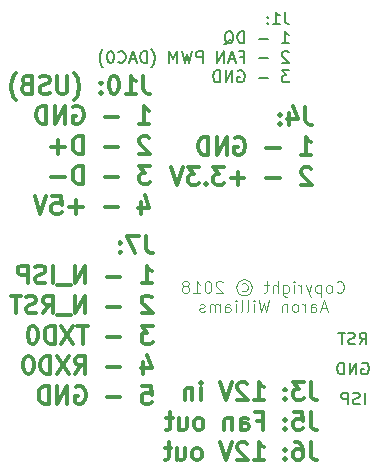
<source format=gbr>
G04 #@! TF.GenerationSoftware,KiCad,Pcbnew,5.1.0-5.1.0*
G04 #@! TF.CreationDate,2019-03-27T16:13:27-07:00*
G04 #@! TF.ProjectId,t962,74393632-2e6b-4696-9361-645f70636258,1.2.3*
G04 #@! TF.SameCoordinates,Original*
G04 #@! TF.FileFunction,Legend,Bot*
G04 #@! TF.FilePolarity,Positive*
%FSLAX46Y46*%
G04 Gerber Fmt 4.6, Leading zero omitted, Abs format (unit mm)*
G04 Created by KiCad (PCBNEW 5.1.0-5.1.0) date 2019-03-27 16:13:27*
%MOMM*%
%LPD*%
G04 APERTURE LIST*
%ADD10C,0.150000*%
%ADD11C,0.300000*%
%ADD12C,0.100000*%
G04 APERTURE END LIST*
D10*
X164044190Y-67000380D02*
X164044190Y-66000380D01*
X163615619Y-66952761D02*
X163472761Y-67000380D01*
X163234666Y-67000380D01*
X163139428Y-66952761D01*
X163091809Y-66905142D01*
X163044190Y-66809904D01*
X163044190Y-66714666D01*
X163091809Y-66619428D01*
X163139428Y-66571809D01*
X163234666Y-66524190D01*
X163425142Y-66476571D01*
X163520380Y-66428952D01*
X163568000Y-66381333D01*
X163615619Y-66286095D01*
X163615619Y-66190857D01*
X163568000Y-66095619D01*
X163520380Y-66048000D01*
X163425142Y-66000380D01*
X163187047Y-66000380D01*
X163044190Y-66048000D01*
X162615619Y-67000380D02*
X162615619Y-66000380D01*
X162234666Y-66000380D01*
X162139428Y-66048000D01*
X162091809Y-66095619D01*
X162044190Y-66190857D01*
X162044190Y-66333714D01*
X162091809Y-66428952D01*
X162139428Y-66476571D01*
X162234666Y-66524190D01*
X162615619Y-66524190D01*
X163829904Y-63508000D02*
X163925142Y-63460380D01*
X164068000Y-63460380D01*
X164210857Y-63508000D01*
X164306095Y-63603238D01*
X164353714Y-63698476D01*
X164401333Y-63888952D01*
X164401333Y-64031809D01*
X164353714Y-64222285D01*
X164306095Y-64317523D01*
X164210857Y-64412761D01*
X164068000Y-64460380D01*
X163972761Y-64460380D01*
X163829904Y-64412761D01*
X163782285Y-64365142D01*
X163782285Y-64031809D01*
X163972761Y-64031809D01*
X163353714Y-64460380D02*
X163353714Y-63460380D01*
X162782285Y-64460380D01*
X162782285Y-63460380D01*
X162306095Y-64460380D02*
X162306095Y-63460380D01*
X162068000Y-63460380D01*
X161925142Y-63508000D01*
X161829904Y-63603238D01*
X161782285Y-63698476D01*
X161734666Y-63888952D01*
X161734666Y-64031809D01*
X161782285Y-64222285D01*
X161829904Y-64317523D01*
X161925142Y-64412761D01*
X162068000Y-64460380D01*
X162306095Y-64460380D01*
X163615619Y-61920380D02*
X163948952Y-61444190D01*
X164187047Y-61920380D02*
X164187047Y-60920380D01*
X163806095Y-60920380D01*
X163710857Y-60968000D01*
X163663238Y-61015619D01*
X163615619Y-61110857D01*
X163615619Y-61253714D01*
X163663238Y-61348952D01*
X163710857Y-61396571D01*
X163806095Y-61444190D01*
X164187047Y-61444190D01*
X163234666Y-61872761D02*
X163091809Y-61920380D01*
X162853714Y-61920380D01*
X162758476Y-61872761D01*
X162710857Y-61825142D01*
X162663238Y-61729904D01*
X162663238Y-61634666D01*
X162710857Y-61539428D01*
X162758476Y-61491809D01*
X162853714Y-61444190D01*
X163044190Y-61396571D01*
X163139428Y-61348952D01*
X163187047Y-61301333D01*
X163234666Y-61206095D01*
X163234666Y-61110857D01*
X163187047Y-61015619D01*
X163139428Y-60968000D01*
X163044190Y-60920380D01*
X162806095Y-60920380D01*
X162663238Y-60968000D01*
X162377523Y-60920380D02*
X161806095Y-60920380D01*
X162091809Y-61920380D02*
X162091809Y-60920380D01*
D11*
X159019285Y-41828571D02*
X159019285Y-42900000D01*
X159090714Y-43114285D01*
X159233571Y-43257142D01*
X159447857Y-43328571D01*
X159590714Y-43328571D01*
X157662142Y-42328571D02*
X157662142Y-43328571D01*
X158019285Y-41757142D02*
X158376428Y-42828571D01*
X157447857Y-42828571D01*
X156876428Y-43185714D02*
X156805000Y-43257142D01*
X156876428Y-43328571D01*
X156947857Y-43257142D01*
X156876428Y-43185714D01*
X156876428Y-43328571D01*
X156876428Y-42400000D02*
X156805000Y-42471428D01*
X156876428Y-42542857D01*
X156947857Y-42471428D01*
X156876428Y-42400000D01*
X156876428Y-42542857D01*
X158662142Y-45878571D02*
X159519285Y-45878571D01*
X159090714Y-45878571D02*
X159090714Y-44378571D01*
X159233571Y-44592857D01*
X159376428Y-44735714D01*
X159519285Y-44807142D01*
X156876428Y-45307142D02*
X155733571Y-45307142D01*
X153090714Y-44450000D02*
X153233571Y-44378571D01*
X153447857Y-44378571D01*
X153662142Y-44450000D01*
X153805000Y-44592857D01*
X153876428Y-44735714D01*
X153947857Y-45021428D01*
X153947857Y-45235714D01*
X153876428Y-45521428D01*
X153805000Y-45664285D01*
X153662142Y-45807142D01*
X153447857Y-45878571D01*
X153305000Y-45878571D01*
X153090714Y-45807142D01*
X153019285Y-45735714D01*
X153019285Y-45235714D01*
X153305000Y-45235714D01*
X152376428Y-45878571D02*
X152376428Y-44378571D01*
X151519285Y-45878571D01*
X151519285Y-44378571D01*
X150805000Y-45878571D02*
X150805000Y-44378571D01*
X150447857Y-44378571D01*
X150233571Y-44450000D01*
X150090714Y-44592857D01*
X150019285Y-44735714D01*
X149947857Y-45021428D01*
X149947857Y-45235714D01*
X150019285Y-45521428D01*
X150090714Y-45664285D01*
X150233571Y-45807142D01*
X150447857Y-45878571D01*
X150805000Y-45878571D01*
X159519285Y-47071428D02*
X159447857Y-47000000D01*
X159305000Y-46928571D01*
X158947857Y-46928571D01*
X158805000Y-47000000D01*
X158733571Y-47071428D01*
X158662142Y-47214285D01*
X158662142Y-47357142D01*
X158733571Y-47571428D01*
X159590714Y-48428571D01*
X158662142Y-48428571D01*
X156876428Y-47857142D02*
X155733571Y-47857142D01*
X153876428Y-47857142D02*
X152733571Y-47857142D01*
X153305000Y-48428571D02*
X153305000Y-47285714D01*
X152162142Y-46928571D02*
X151233571Y-46928571D01*
X151733571Y-47500000D01*
X151519285Y-47500000D01*
X151376428Y-47571428D01*
X151305000Y-47642857D01*
X151233571Y-47785714D01*
X151233571Y-48142857D01*
X151305000Y-48285714D01*
X151376428Y-48357142D01*
X151519285Y-48428571D01*
X151947857Y-48428571D01*
X152090714Y-48357142D01*
X152162142Y-48285714D01*
X150590714Y-48285714D02*
X150519285Y-48357142D01*
X150590714Y-48428571D01*
X150662142Y-48357142D01*
X150590714Y-48285714D01*
X150590714Y-48428571D01*
X150019285Y-46928571D02*
X149090714Y-46928571D01*
X149590714Y-47500000D01*
X149376428Y-47500000D01*
X149233571Y-47571428D01*
X149162142Y-47642857D01*
X149090714Y-47785714D01*
X149090714Y-48142857D01*
X149162142Y-48285714D01*
X149233571Y-48357142D01*
X149376428Y-48428571D01*
X149805000Y-48428571D01*
X149947857Y-48357142D01*
X150019285Y-48285714D01*
X148662142Y-46928571D02*
X148162142Y-48428571D01*
X147662142Y-46928571D01*
D10*
X157278690Y-33777380D02*
X157278690Y-34491666D01*
X157326309Y-34634523D01*
X157421547Y-34729761D01*
X157564404Y-34777380D01*
X157659642Y-34777380D01*
X156278690Y-34777380D02*
X156850119Y-34777380D01*
X156564404Y-34777380D02*
X156564404Y-33777380D01*
X156659642Y-33920238D01*
X156754880Y-34015476D01*
X156850119Y-34063095D01*
X155850119Y-34682142D02*
X155802500Y-34729761D01*
X155850119Y-34777380D01*
X155897738Y-34729761D01*
X155850119Y-34682142D01*
X155850119Y-34777380D01*
X155850119Y-34158333D02*
X155802500Y-34205952D01*
X155850119Y-34253571D01*
X155897738Y-34205952D01*
X155850119Y-34158333D01*
X155850119Y-34253571D01*
X157040595Y-36427380D02*
X157612023Y-36427380D01*
X157326309Y-36427380D02*
X157326309Y-35427380D01*
X157421547Y-35570238D01*
X157516785Y-35665476D01*
X157612023Y-35713095D01*
X155850119Y-36046428D02*
X155088214Y-36046428D01*
X153850119Y-36427380D02*
X153850119Y-35427380D01*
X153612023Y-35427380D01*
X153469166Y-35475000D01*
X153373928Y-35570238D01*
X153326309Y-35665476D01*
X153278690Y-35855952D01*
X153278690Y-35998809D01*
X153326309Y-36189285D01*
X153373928Y-36284523D01*
X153469166Y-36379761D01*
X153612023Y-36427380D01*
X153850119Y-36427380D01*
X152183452Y-36522619D02*
X152278690Y-36475000D01*
X152373928Y-36379761D01*
X152516785Y-36236904D01*
X152612023Y-36189285D01*
X152707261Y-36189285D01*
X152659642Y-36427380D02*
X152754880Y-36379761D01*
X152850119Y-36284523D01*
X152897738Y-36094047D01*
X152897738Y-35760714D01*
X152850119Y-35570238D01*
X152754880Y-35475000D01*
X152659642Y-35427380D01*
X152469166Y-35427380D01*
X152373928Y-35475000D01*
X152278690Y-35570238D01*
X152231071Y-35760714D01*
X152231071Y-36094047D01*
X152278690Y-36284523D01*
X152373928Y-36379761D01*
X152469166Y-36427380D01*
X152659642Y-36427380D01*
X157612023Y-37172619D02*
X157564404Y-37125000D01*
X157469166Y-37077380D01*
X157231071Y-37077380D01*
X157135833Y-37125000D01*
X157088214Y-37172619D01*
X157040595Y-37267857D01*
X157040595Y-37363095D01*
X157088214Y-37505952D01*
X157659642Y-38077380D01*
X157040595Y-38077380D01*
X155850119Y-37696428D02*
X155088214Y-37696428D01*
X153516785Y-37553571D02*
X153850119Y-37553571D01*
X153850119Y-38077380D02*
X153850119Y-37077380D01*
X153373928Y-37077380D01*
X153040595Y-37791666D02*
X152564404Y-37791666D01*
X153135833Y-38077380D02*
X152802500Y-37077380D01*
X152469166Y-38077380D01*
X152135833Y-38077380D02*
X152135833Y-37077380D01*
X151564404Y-38077380D01*
X151564404Y-37077380D01*
X150326309Y-38077380D02*
X150326309Y-37077380D01*
X149945357Y-37077380D01*
X149850119Y-37125000D01*
X149802500Y-37172619D01*
X149754880Y-37267857D01*
X149754880Y-37410714D01*
X149802500Y-37505952D01*
X149850119Y-37553571D01*
X149945357Y-37601190D01*
X150326309Y-37601190D01*
X149421547Y-37077380D02*
X149183452Y-38077380D01*
X148992976Y-37363095D01*
X148802500Y-38077380D01*
X148564404Y-37077380D01*
X148183452Y-38077380D02*
X148183452Y-37077380D01*
X147850119Y-37791666D01*
X147516785Y-37077380D01*
X147516785Y-38077380D01*
X145992976Y-38458333D02*
X146040595Y-38410714D01*
X146135833Y-38267857D01*
X146183452Y-38172619D01*
X146231071Y-38029761D01*
X146278690Y-37791666D01*
X146278690Y-37601190D01*
X146231071Y-37363095D01*
X146183452Y-37220238D01*
X146135833Y-37125000D01*
X146040595Y-36982142D01*
X145992976Y-36934523D01*
X145612023Y-38077380D02*
X145612023Y-37077380D01*
X145373928Y-37077380D01*
X145231071Y-37125000D01*
X145135833Y-37220238D01*
X145088214Y-37315476D01*
X145040595Y-37505952D01*
X145040595Y-37648809D01*
X145088214Y-37839285D01*
X145135833Y-37934523D01*
X145231071Y-38029761D01*
X145373928Y-38077380D01*
X145612023Y-38077380D01*
X144659642Y-37791666D02*
X144183452Y-37791666D01*
X144754880Y-38077380D02*
X144421547Y-37077380D01*
X144088214Y-38077380D01*
X143183452Y-37982142D02*
X143231071Y-38029761D01*
X143373928Y-38077380D01*
X143469166Y-38077380D01*
X143612023Y-38029761D01*
X143707261Y-37934523D01*
X143754880Y-37839285D01*
X143802500Y-37648809D01*
X143802500Y-37505952D01*
X143754880Y-37315476D01*
X143707261Y-37220238D01*
X143612023Y-37125000D01*
X143469166Y-37077380D01*
X143373928Y-37077380D01*
X143231071Y-37125000D01*
X143183452Y-37172619D01*
X142564404Y-37077380D02*
X142469166Y-37077380D01*
X142373928Y-37125000D01*
X142326309Y-37172619D01*
X142278690Y-37267857D01*
X142231071Y-37458333D01*
X142231071Y-37696428D01*
X142278690Y-37886904D01*
X142326309Y-37982142D01*
X142373928Y-38029761D01*
X142469166Y-38077380D01*
X142564404Y-38077380D01*
X142659642Y-38029761D01*
X142707261Y-37982142D01*
X142754880Y-37886904D01*
X142802500Y-37696428D01*
X142802500Y-37458333D01*
X142754880Y-37267857D01*
X142707261Y-37172619D01*
X142659642Y-37125000D01*
X142564404Y-37077380D01*
X141897738Y-38458333D02*
X141850119Y-38410714D01*
X141754880Y-38267857D01*
X141707261Y-38172619D01*
X141659642Y-38029761D01*
X141612023Y-37791666D01*
X141612023Y-37601190D01*
X141659642Y-37363095D01*
X141707261Y-37220238D01*
X141754880Y-37125000D01*
X141850119Y-36982142D01*
X141897738Y-36934523D01*
X157659642Y-38727380D02*
X157040595Y-38727380D01*
X157373928Y-39108333D01*
X157231071Y-39108333D01*
X157135833Y-39155952D01*
X157088214Y-39203571D01*
X157040595Y-39298809D01*
X157040595Y-39536904D01*
X157088214Y-39632142D01*
X157135833Y-39679761D01*
X157231071Y-39727380D01*
X157516785Y-39727380D01*
X157612023Y-39679761D01*
X157659642Y-39632142D01*
X155850119Y-39346428D02*
X155088214Y-39346428D01*
X153326309Y-38775000D02*
X153421547Y-38727380D01*
X153564404Y-38727380D01*
X153707261Y-38775000D01*
X153802500Y-38870238D01*
X153850119Y-38965476D01*
X153897738Y-39155952D01*
X153897738Y-39298809D01*
X153850119Y-39489285D01*
X153802500Y-39584523D01*
X153707261Y-39679761D01*
X153564404Y-39727380D01*
X153469166Y-39727380D01*
X153326309Y-39679761D01*
X153278690Y-39632142D01*
X153278690Y-39298809D01*
X153469166Y-39298809D01*
X152850119Y-39727380D02*
X152850119Y-38727380D01*
X152278690Y-39727380D01*
X152278690Y-38727380D01*
X151802500Y-39727380D02*
X151802500Y-38727380D01*
X151564404Y-38727380D01*
X151421547Y-38775000D01*
X151326309Y-38870238D01*
X151278690Y-38965476D01*
X151231071Y-39155952D01*
X151231071Y-39298809D01*
X151278690Y-39489285D01*
X151326309Y-39584523D01*
X151421547Y-39679761D01*
X151564404Y-39727380D01*
X151802500Y-39727380D01*
D11*
X159469285Y-65103571D02*
X159469285Y-66175000D01*
X159540714Y-66389285D01*
X159683571Y-66532142D01*
X159897857Y-66603571D01*
X160040714Y-66603571D01*
X158897857Y-65103571D02*
X157969285Y-65103571D01*
X158469285Y-65675000D01*
X158255000Y-65675000D01*
X158112142Y-65746428D01*
X158040714Y-65817857D01*
X157969285Y-65960714D01*
X157969285Y-66317857D01*
X158040714Y-66460714D01*
X158112142Y-66532142D01*
X158255000Y-66603571D01*
X158683571Y-66603571D01*
X158826428Y-66532142D01*
X158897857Y-66460714D01*
X157326428Y-66460714D02*
X157255000Y-66532142D01*
X157326428Y-66603571D01*
X157397857Y-66532142D01*
X157326428Y-66460714D01*
X157326428Y-66603571D01*
X157326428Y-65675000D02*
X157255000Y-65746428D01*
X157326428Y-65817857D01*
X157397857Y-65746428D01*
X157326428Y-65675000D01*
X157326428Y-65817857D01*
X154683571Y-66603571D02*
X155540714Y-66603571D01*
X155112142Y-66603571D02*
X155112142Y-65103571D01*
X155255000Y-65317857D01*
X155397857Y-65460714D01*
X155540714Y-65532142D01*
X154112142Y-65246428D02*
X154040714Y-65175000D01*
X153897857Y-65103571D01*
X153540714Y-65103571D01*
X153397857Y-65175000D01*
X153326428Y-65246428D01*
X153255000Y-65389285D01*
X153255000Y-65532142D01*
X153326428Y-65746428D01*
X154183571Y-66603571D01*
X153255000Y-66603571D01*
X152826428Y-65103571D02*
X152326428Y-66603571D01*
X151826428Y-65103571D01*
X150183571Y-66603571D02*
X150183571Y-65603571D01*
X150183571Y-65103571D02*
X150255000Y-65175000D01*
X150183571Y-65246428D01*
X150112142Y-65175000D01*
X150183571Y-65103571D01*
X150183571Y-65246428D01*
X149469285Y-65603571D02*
X149469285Y-66603571D01*
X149469285Y-65746428D02*
X149397857Y-65675000D01*
X149255000Y-65603571D01*
X149040714Y-65603571D01*
X148897857Y-65675000D01*
X148826428Y-65817857D01*
X148826428Y-66603571D01*
X159469285Y-67653571D02*
X159469285Y-68725000D01*
X159540714Y-68939285D01*
X159683571Y-69082142D01*
X159897857Y-69153571D01*
X160040714Y-69153571D01*
X158040714Y-67653571D02*
X158755000Y-67653571D01*
X158826428Y-68367857D01*
X158755000Y-68296428D01*
X158612142Y-68225000D01*
X158255000Y-68225000D01*
X158112142Y-68296428D01*
X158040714Y-68367857D01*
X157969285Y-68510714D01*
X157969285Y-68867857D01*
X158040714Y-69010714D01*
X158112142Y-69082142D01*
X158255000Y-69153571D01*
X158612142Y-69153571D01*
X158755000Y-69082142D01*
X158826428Y-69010714D01*
X157326428Y-69010714D02*
X157255000Y-69082142D01*
X157326428Y-69153571D01*
X157397857Y-69082142D01*
X157326428Y-69010714D01*
X157326428Y-69153571D01*
X157326428Y-68225000D02*
X157255000Y-68296428D01*
X157326428Y-68367857D01*
X157397857Y-68296428D01*
X157326428Y-68225000D01*
X157326428Y-68367857D01*
X154969285Y-68367857D02*
X155469285Y-68367857D01*
X155469285Y-69153571D02*
X155469285Y-67653571D01*
X154755000Y-67653571D01*
X153540714Y-69153571D02*
X153540714Y-68367857D01*
X153612142Y-68225000D01*
X153755000Y-68153571D01*
X154040714Y-68153571D01*
X154183571Y-68225000D01*
X153540714Y-69082142D02*
X153683571Y-69153571D01*
X154040714Y-69153571D01*
X154183571Y-69082142D01*
X154255000Y-68939285D01*
X154255000Y-68796428D01*
X154183571Y-68653571D01*
X154040714Y-68582142D01*
X153683571Y-68582142D01*
X153540714Y-68510714D01*
X152826428Y-68153571D02*
X152826428Y-69153571D01*
X152826428Y-68296428D02*
X152755000Y-68225000D01*
X152612142Y-68153571D01*
X152397857Y-68153571D01*
X152255000Y-68225000D01*
X152183571Y-68367857D01*
X152183571Y-69153571D01*
X150112142Y-69153571D02*
X150255000Y-69082142D01*
X150326428Y-69010714D01*
X150397857Y-68867857D01*
X150397857Y-68439285D01*
X150326428Y-68296428D01*
X150255000Y-68225000D01*
X150112142Y-68153571D01*
X149897857Y-68153571D01*
X149755000Y-68225000D01*
X149683571Y-68296428D01*
X149612142Y-68439285D01*
X149612142Y-68867857D01*
X149683571Y-69010714D01*
X149755000Y-69082142D01*
X149897857Y-69153571D01*
X150112142Y-69153571D01*
X148326428Y-68153571D02*
X148326428Y-69153571D01*
X148969285Y-68153571D02*
X148969285Y-68939285D01*
X148897857Y-69082142D01*
X148755000Y-69153571D01*
X148540714Y-69153571D01*
X148397857Y-69082142D01*
X148326428Y-69010714D01*
X147826428Y-68153571D02*
X147255000Y-68153571D01*
X147612142Y-67653571D02*
X147612142Y-68939285D01*
X147540714Y-69082142D01*
X147397857Y-69153571D01*
X147255000Y-69153571D01*
X159469285Y-70203571D02*
X159469285Y-71275000D01*
X159540714Y-71489285D01*
X159683571Y-71632142D01*
X159897857Y-71703571D01*
X160040714Y-71703571D01*
X158112142Y-70203571D02*
X158397857Y-70203571D01*
X158540714Y-70275000D01*
X158612142Y-70346428D01*
X158755000Y-70560714D01*
X158826428Y-70846428D01*
X158826428Y-71417857D01*
X158755000Y-71560714D01*
X158683571Y-71632142D01*
X158540714Y-71703571D01*
X158255000Y-71703571D01*
X158112142Y-71632142D01*
X158040714Y-71560714D01*
X157969285Y-71417857D01*
X157969285Y-71060714D01*
X158040714Y-70917857D01*
X158112142Y-70846428D01*
X158255000Y-70775000D01*
X158540714Y-70775000D01*
X158683571Y-70846428D01*
X158755000Y-70917857D01*
X158826428Y-71060714D01*
X157326428Y-71560714D02*
X157255000Y-71632142D01*
X157326428Y-71703571D01*
X157397857Y-71632142D01*
X157326428Y-71560714D01*
X157326428Y-71703571D01*
X157326428Y-70775000D02*
X157255000Y-70846428D01*
X157326428Y-70917857D01*
X157397857Y-70846428D01*
X157326428Y-70775000D01*
X157326428Y-70917857D01*
X154683571Y-71703571D02*
X155540714Y-71703571D01*
X155112142Y-71703571D02*
X155112142Y-70203571D01*
X155255000Y-70417857D01*
X155397857Y-70560714D01*
X155540714Y-70632142D01*
X154112142Y-70346428D02*
X154040714Y-70275000D01*
X153897857Y-70203571D01*
X153540714Y-70203571D01*
X153397857Y-70275000D01*
X153326428Y-70346428D01*
X153255000Y-70489285D01*
X153255000Y-70632142D01*
X153326428Y-70846428D01*
X154183571Y-71703571D01*
X153255000Y-71703571D01*
X152826428Y-70203571D02*
X152326428Y-71703571D01*
X151826428Y-70203571D01*
X149969285Y-71703571D02*
X150112142Y-71632142D01*
X150183571Y-71560714D01*
X150255000Y-71417857D01*
X150255000Y-70989285D01*
X150183571Y-70846428D01*
X150112142Y-70775000D01*
X149969285Y-70703571D01*
X149755000Y-70703571D01*
X149612142Y-70775000D01*
X149540714Y-70846428D01*
X149469285Y-70989285D01*
X149469285Y-71417857D01*
X149540714Y-71560714D01*
X149612142Y-71632142D01*
X149755000Y-71703571D01*
X149969285Y-71703571D01*
X148183571Y-70703571D02*
X148183571Y-71703571D01*
X148826428Y-70703571D02*
X148826428Y-71489285D01*
X148755000Y-71632142D01*
X148612142Y-71703571D01*
X148397857Y-71703571D01*
X148255000Y-71632142D01*
X148183571Y-71560714D01*
X147683571Y-70703571D02*
X147112142Y-70703571D01*
X147469285Y-70203571D02*
X147469285Y-71489285D01*
X147397857Y-71632142D01*
X147255000Y-71703571D01*
X147112142Y-71703571D01*
X145319285Y-39178571D02*
X145319285Y-40250000D01*
X145390714Y-40464285D01*
X145533571Y-40607142D01*
X145747857Y-40678571D01*
X145890714Y-40678571D01*
X143819285Y-40678571D02*
X144676428Y-40678571D01*
X144247857Y-40678571D02*
X144247857Y-39178571D01*
X144390714Y-39392857D01*
X144533571Y-39535714D01*
X144676428Y-39607142D01*
X142890714Y-39178571D02*
X142747857Y-39178571D01*
X142605000Y-39250000D01*
X142533571Y-39321428D01*
X142462142Y-39464285D01*
X142390714Y-39750000D01*
X142390714Y-40107142D01*
X142462142Y-40392857D01*
X142533571Y-40535714D01*
X142605000Y-40607142D01*
X142747857Y-40678571D01*
X142890714Y-40678571D01*
X143033571Y-40607142D01*
X143105000Y-40535714D01*
X143176428Y-40392857D01*
X143247857Y-40107142D01*
X143247857Y-39750000D01*
X143176428Y-39464285D01*
X143105000Y-39321428D01*
X143033571Y-39250000D01*
X142890714Y-39178571D01*
X141747857Y-40535714D02*
X141676428Y-40607142D01*
X141747857Y-40678571D01*
X141819285Y-40607142D01*
X141747857Y-40535714D01*
X141747857Y-40678571D01*
X141747857Y-39750000D02*
X141676428Y-39821428D01*
X141747857Y-39892857D01*
X141819285Y-39821428D01*
X141747857Y-39750000D01*
X141747857Y-39892857D01*
X139462142Y-41250000D02*
X139533571Y-41178571D01*
X139676428Y-40964285D01*
X139747857Y-40821428D01*
X139819285Y-40607142D01*
X139890714Y-40250000D01*
X139890714Y-39964285D01*
X139819285Y-39607142D01*
X139747857Y-39392857D01*
X139676428Y-39250000D01*
X139533571Y-39035714D01*
X139462142Y-38964285D01*
X138890714Y-39178571D02*
X138890714Y-40392857D01*
X138819285Y-40535714D01*
X138747857Y-40607142D01*
X138605000Y-40678571D01*
X138319285Y-40678571D01*
X138176428Y-40607142D01*
X138105000Y-40535714D01*
X138033571Y-40392857D01*
X138033571Y-39178571D01*
X137390714Y-40607142D02*
X137176428Y-40678571D01*
X136819285Y-40678571D01*
X136676428Y-40607142D01*
X136605000Y-40535714D01*
X136533571Y-40392857D01*
X136533571Y-40250000D01*
X136605000Y-40107142D01*
X136676428Y-40035714D01*
X136819285Y-39964285D01*
X137105000Y-39892857D01*
X137247857Y-39821428D01*
X137319285Y-39750000D01*
X137390714Y-39607142D01*
X137390714Y-39464285D01*
X137319285Y-39321428D01*
X137247857Y-39250000D01*
X137105000Y-39178571D01*
X136747857Y-39178571D01*
X136533571Y-39250000D01*
X135390714Y-39892857D02*
X135176428Y-39964285D01*
X135105000Y-40035714D01*
X135033571Y-40178571D01*
X135033571Y-40392857D01*
X135105000Y-40535714D01*
X135176428Y-40607142D01*
X135319285Y-40678571D01*
X135890714Y-40678571D01*
X135890714Y-39178571D01*
X135390714Y-39178571D01*
X135247857Y-39250000D01*
X135176428Y-39321428D01*
X135105000Y-39464285D01*
X135105000Y-39607142D01*
X135176428Y-39750000D01*
X135247857Y-39821428D01*
X135390714Y-39892857D01*
X135890714Y-39892857D01*
X134533571Y-41250000D02*
X134462142Y-41178571D01*
X134319285Y-40964285D01*
X134247857Y-40821428D01*
X134176428Y-40607142D01*
X134105000Y-40250000D01*
X134105000Y-39964285D01*
X134176428Y-39607142D01*
X134247857Y-39392857D01*
X134319285Y-39250000D01*
X134462142Y-39035714D01*
X134533571Y-38964285D01*
X144962142Y-43228571D02*
X145819285Y-43228571D01*
X145390714Y-43228571D02*
X145390714Y-41728571D01*
X145533571Y-41942857D01*
X145676428Y-42085714D01*
X145819285Y-42157142D01*
X143176428Y-42657142D02*
X142033571Y-42657142D01*
X139390714Y-41800000D02*
X139533571Y-41728571D01*
X139747857Y-41728571D01*
X139962142Y-41800000D01*
X140105000Y-41942857D01*
X140176428Y-42085714D01*
X140247857Y-42371428D01*
X140247857Y-42585714D01*
X140176428Y-42871428D01*
X140105000Y-43014285D01*
X139962142Y-43157142D01*
X139747857Y-43228571D01*
X139605000Y-43228571D01*
X139390714Y-43157142D01*
X139319285Y-43085714D01*
X139319285Y-42585714D01*
X139605000Y-42585714D01*
X138676428Y-43228571D02*
X138676428Y-41728571D01*
X137819285Y-43228571D01*
X137819285Y-41728571D01*
X137105000Y-43228571D02*
X137105000Y-41728571D01*
X136747857Y-41728571D01*
X136533571Y-41800000D01*
X136390714Y-41942857D01*
X136319285Y-42085714D01*
X136247857Y-42371428D01*
X136247857Y-42585714D01*
X136319285Y-42871428D01*
X136390714Y-43014285D01*
X136533571Y-43157142D01*
X136747857Y-43228571D01*
X137105000Y-43228571D01*
X145819285Y-44421428D02*
X145747857Y-44350000D01*
X145605000Y-44278571D01*
X145247857Y-44278571D01*
X145105000Y-44350000D01*
X145033571Y-44421428D01*
X144962142Y-44564285D01*
X144962142Y-44707142D01*
X145033571Y-44921428D01*
X145890714Y-45778571D01*
X144962142Y-45778571D01*
X143176428Y-45207142D02*
X142033571Y-45207142D01*
X140176428Y-45778571D02*
X140176428Y-44278571D01*
X139819285Y-44278571D01*
X139605000Y-44350000D01*
X139462142Y-44492857D01*
X139390714Y-44635714D01*
X139319285Y-44921428D01*
X139319285Y-45135714D01*
X139390714Y-45421428D01*
X139462142Y-45564285D01*
X139605000Y-45707142D01*
X139819285Y-45778571D01*
X140176428Y-45778571D01*
X138676428Y-45207142D02*
X137533571Y-45207142D01*
X138105000Y-45778571D02*
X138105000Y-44635714D01*
X145890714Y-46828571D02*
X144962142Y-46828571D01*
X145462142Y-47400000D01*
X145247857Y-47400000D01*
X145105000Y-47471428D01*
X145033571Y-47542857D01*
X144962142Y-47685714D01*
X144962142Y-48042857D01*
X145033571Y-48185714D01*
X145105000Y-48257142D01*
X145247857Y-48328571D01*
X145676428Y-48328571D01*
X145819285Y-48257142D01*
X145890714Y-48185714D01*
X143176428Y-47757142D02*
X142033571Y-47757142D01*
X140176428Y-48328571D02*
X140176428Y-46828571D01*
X139819285Y-46828571D01*
X139605000Y-46900000D01*
X139462142Y-47042857D01*
X139390714Y-47185714D01*
X139319285Y-47471428D01*
X139319285Y-47685714D01*
X139390714Y-47971428D01*
X139462142Y-48114285D01*
X139605000Y-48257142D01*
X139819285Y-48328571D01*
X140176428Y-48328571D01*
X138676428Y-47757142D02*
X137533571Y-47757142D01*
X145105000Y-49878571D02*
X145105000Y-50878571D01*
X145462142Y-49307142D02*
X145819285Y-50378571D01*
X144890714Y-50378571D01*
X143176428Y-50307142D02*
X142033571Y-50307142D01*
X140176428Y-50307142D02*
X139033571Y-50307142D01*
X139605000Y-50878571D02*
X139605000Y-49735714D01*
X137605000Y-49378571D02*
X138319285Y-49378571D01*
X138390714Y-50092857D01*
X138319285Y-50021428D01*
X138176428Y-49950000D01*
X137819285Y-49950000D01*
X137676428Y-50021428D01*
X137605000Y-50092857D01*
X137533571Y-50235714D01*
X137533571Y-50592857D01*
X137605000Y-50735714D01*
X137676428Y-50807142D01*
X137819285Y-50878571D01*
X138176428Y-50878571D01*
X138319285Y-50807142D01*
X138390714Y-50735714D01*
X137105000Y-49378571D02*
X136605000Y-50878571D01*
X136105000Y-49378571D01*
X145519285Y-52703571D02*
X145519285Y-53775000D01*
X145590714Y-53989285D01*
X145733571Y-54132142D01*
X145947857Y-54203571D01*
X146090714Y-54203571D01*
X144947857Y-52703571D02*
X143947857Y-52703571D01*
X144590714Y-54203571D01*
X143376428Y-54060714D02*
X143305000Y-54132142D01*
X143376428Y-54203571D01*
X143447857Y-54132142D01*
X143376428Y-54060714D01*
X143376428Y-54203571D01*
X143376428Y-53275000D02*
X143305000Y-53346428D01*
X143376428Y-53417857D01*
X143447857Y-53346428D01*
X143376428Y-53275000D01*
X143376428Y-53417857D01*
X145162142Y-56753571D02*
X146019285Y-56753571D01*
X145590714Y-56753571D02*
X145590714Y-55253571D01*
X145733571Y-55467857D01*
X145876428Y-55610714D01*
X146019285Y-55682142D01*
X143376428Y-56182142D02*
X142233571Y-56182142D01*
X140376428Y-56753571D02*
X140376428Y-55253571D01*
X139519285Y-56753571D01*
X139519285Y-55253571D01*
X139162142Y-56896428D02*
X138019285Y-56896428D01*
X137662142Y-56753571D02*
X137662142Y-55253571D01*
X137019285Y-56682142D02*
X136805000Y-56753571D01*
X136447857Y-56753571D01*
X136305000Y-56682142D01*
X136233571Y-56610714D01*
X136162142Y-56467857D01*
X136162142Y-56325000D01*
X136233571Y-56182142D01*
X136305000Y-56110714D01*
X136447857Y-56039285D01*
X136733571Y-55967857D01*
X136876428Y-55896428D01*
X136947857Y-55825000D01*
X137019285Y-55682142D01*
X137019285Y-55539285D01*
X136947857Y-55396428D01*
X136876428Y-55325000D01*
X136733571Y-55253571D01*
X136376428Y-55253571D01*
X136162142Y-55325000D01*
X135519285Y-56753571D02*
X135519285Y-55253571D01*
X134947857Y-55253571D01*
X134805000Y-55325000D01*
X134733571Y-55396428D01*
X134662142Y-55539285D01*
X134662142Y-55753571D01*
X134733571Y-55896428D01*
X134805000Y-55967857D01*
X134947857Y-56039285D01*
X135519285Y-56039285D01*
X146019285Y-57946428D02*
X145947857Y-57875000D01*
X145805000Y-57803571D01*
X145447857Y-57803571D01*
X145305000Y-57875000D01*
X145233571Y-57946428D01*
X145162142Y-58089285D01*
X145162142Y-58232142D01*
X145233571Y-58446428D01*
X146090714Y-59303571D01*
X145162142Y-59303571D01*
X143376428Y-58732142D02*
X142233571Y-58732142D01*
X140376428Y-59303571D02*
X140376428Y-57803571D01*
X139519285Y-59303571D01*
X139519285Y-57803571D01*
X139162142Y-59446428D02*
X138019285Y-59446428D01*
X136805000Y-59303571D02*
X137305000Y-58589285D01*
X137662142Y-59303571D02*
X137662142Y-57803571D01*
X137090714Y-57803571D01*
X136947857Y-57875000D01*
X136876428Y-57946428D01*
X136805000Y-58089285D01*
X136805000Y-58303571D01*
X136876428Y-58446428D01*
X136947857Y-58517857D01*
X137090714Y-58589285D01*
X137662142Y-58589285D01*
X136233571Y-59232142D02*
X136019285Y-59303571D01*
X135662142Y-59303571D01*
X135519285Y-59232142D01*
X135447857Y-59160714D01*
X135376428Y-59017857D01*
X135376428Y-58875000D01*
X135447857Y-58732142D01*
X135519285Y-58660714D01*
X135662142Y-58589285D01*
X135947857Y-58517857D01*
X136090714Y-58446428D01*
X136162142Y-58375000D01*
X136233571Y-58232142D01*
X136233571Y-58089285D01*
X136162142Y-57946428D01*
X136090714Y-57875000D01*
X135947857Y-57803571D01*
X135590714Y-57803571D01*
X135376428Y-57875000D01*
X134947857Y-57803571D02*
X134090714Y-57803571D01*
X134519285Y-59303571D02*
X134519285Y-57803571D01*
X146090714Y-60353571D02*
X145162142Y-60353571D01*
X145662142Y-60925000D01*
X145447857Y-60925000D01*
X145305000Y-60996428D01*
X145233571Y-61067857D01*
X145162142Y-61210714D01*
X145162142Y-61567857D01*
X145233571Y-61710714D01*
X145305000Y-61782142D01*
X145447857Y-61853571D01*
X145876428Y-61853571D01*
X146019285Y-61782142D01*
X146090714Y-61710714D01*
X143376428Y-61282142D02*
X142233571Y-61282142D01*
X140590714Y-60353571D02*
X139733571Y-60353571D01*
X140162142Y-61853571D02*
X140162142Y-60353571D01*
X139376428Y-60353571D02*
X138376428Y-61853571D01*
X138376428Y-60353571D02*
X139376428Y-61853571D01*
X137805000Y-61853571D02*
X137805000Y-60353571D01*
X137447857Y-60353571D01*
X137233571Y-60425000D01*
X137090714Y-60567857D01*
X137019285Y-60710714D01*
X136947857Y-60996428D01*
X136947857Y-61210714D01*
X137019285Y-61496428D01*
X137090714Y-61639285D01*
X137233571Y-61782142D01*
X137447857Y-61853571D01*
X137805000Y-61853571D01*
X136019285Y-60353571D02*
X135876428Y-60353571D01*
X135733571Y-60425000D01*
X135662142Y-60496428D01*
X135590714Y-60639285D01*
X135519285Y-60925000D01*
X135519285Y-61282142D01*
X135590714Y-61567857D01*
X135662142Y-61710714D01*
X135733571Y-61782142D01*
X135876428Y-61853571D01*
X136019285Y-61853571D01*
X136162142Y-61782142D01*
X136233571Y-61710714D01*
X136305000Y-61567857D01*
X136376428Y-61282142D01*
X136376428Y-60925000D01*
X136305000Y-60639285D01*
X136233571Y-60496428D01*
X136162142Y-60425000D01*
X136019285Y-60353571D01*
X145305000Y-63403571D02*
X145305000Y-64403571D01*
X145662142Y-62832142D02*
X146019285Y-63903571D01*
X145090714Y-63903571D01*
X143376428Y-63832142D02*
X142233571Y-63832142D01*
X139519285Y-64403571D02*
X140019285Y-63689285D01*
X140376428Y-64403571D02*
X140376428Y-62903571D01*
X139805000Y-62903571D01*
X139662142Y-62975000D01*
X139590714Y-63046428D01*
X139519285Y-63189285D01*
X139519285Y-63403571D01*
X139590714Y-63546428D01*
X139662142Y-63617857D01*
X139805000Y-63689285D01*
X140376428Y-63689285D01*
X139019285Y-62903571D02*
X138019285Y-64403571D01*
X138019285Y-62903571D02*
X139019285Y-64403571D01*
X137447857Y-64403571D02*
X137447857Y-62903571D01*
X137090714Y-62903571D01*
X136876428Y-62975000D01*
X136733571Y-63117857D01*
X136662142Y-63260714D01*
X136590714Y-63546428D01*
X136590714Y-63760714D01*
X136662142Y-64046428D01*
X136733571Y-64189285D01*
X136876428Y-64332142D01*
X137090714Y-64403571D01*
X137447857Y-64403571D01*
X135662142Y-62903571D02*
X135519285Y-62903571D01*
X135376428Y-62975000D01*
X135305000Y-63046428D01*
X135233571Y-63189285D01*
X135162142Y-63475000D01*
X135162142Y-63832142D01*
X135233571Y-64117857D01*
X135305000Y-64260714D01*
X135376428Y-64332142D01*
X135519285Y-64403571D01*
X135662142Y-64403571D01*
X135805000Y-64332142D01*
X135876428Y-64260714D01*
X135947857Y-64117857D01*
X136019285Y-63832142D01*
X136019285Y-63475000D01*
X135947857Y-63189285D01*
X135876428Y-63046428D01*
X135805000Y-62975000D01*
X135662142Y-62903571D01*
X145233571Y-65453571D02*
X145947857Y-65453571D01*
X146019285Y-66167857D01*
X145947857Y-66096428D01*
X145805000Y-66025000D01*
X145447857Y-66025000D01*
X145305000Y-66096428D01*
X145233571Y-66167857D01*
X145162142Y-66310714D01*
X145162142Y-66667857D01*
X145233571Y-66810714D01*
X145305000Y-66882142D01*
X145447857Y-66953571D01*
X145805000Y-66953571D01*
X145947857Y-66882142D01*
X146019285Y-66810714D01*
X143376428Y-66382142D02*
X142233571Y-66382142D01*
X139590714Y-65525000D02*
X139733571Y-65453571D01*
X139947857Y-65453571D01*
X140162142Y-65525000D01*
X140305000Y-65667857D01*
X140376428Y-65810714D01*
X140447857Y-66096428D01*
X140447857Y-66310714D01*
X140376428Y-66596428D01*
X140305000Y-66739285D01*
X140162142Y-66882142D01*
X139947857Y-66953571D01*
X139805000Y-66953571D01*
X139590714Y-66882142D01*
X139519285Y-66810714D01*
X139519285Y-66310714D01*
X139805000Y-66310714D01*
X138876428Y-66953571D02*
X138876428Y-65453571D01*
X138019285Y-66953571D01*
X138019285Y-65453571D01*
X137305000Y-66953571D02*
X137305000Y-65453571D01*
X136947857Y-65453571D01*
X136733571Y-65525000D01*
X136590714Y-65667857D01*
X136519285Y-65810714D01*
X136447857Y-66096428D01*
X136447857Y-66310714D01*
X136519285Y-66596428D01*
X136590714Y-66739285D01*
X136733571Y-66882142D01*
X136947857Y-66953571D01*
X137305000Y-66953571D01*
D12*
X161686095Y-57469142D02*
X161733714Y-57516761D01*
X161876571Y-57564380D01*
X161971809Y-57564380D01*
X162114666Y-57516761D01*
X162209904Y-57421523D01*
X162257523Y-57326285D01*
X162305142Y-57135809D01*
X162305142Y-56992952D01*
X162257523Y-56802476D01*
X162209904Y-56707238D01*
X162114666Y-56612000D01*
X161971809Y-56564380D01*
X161876571Y-56564380D01*
X161733714Y-56612000D01*
X161686095Y-56659619D01*
X161114666Y-57564380D02*
X161209904Y-57516761D01*
X161257523Y-57469142D01*
X161305142Y-57373904D01*
X161305142Y-57088190D01*
X161257523Y-56992952D01*
X161209904Y-56945333D01*
X161114666Y-56897714D01*
X160971809Y-56897714D01*
X160876571Y-56945333D01*
X160828952Y-56992952D01*
X160781333Y-57088190D01*
X160781333Y-57373904D01*
X160828952Y-57469142D01*
X160876571Y-57516761D01*
X160971809Y-57564380D01*
X161114666Y-57564380D01*
X160352761Y-56897714D02*
X160352761Y-57897714D01*
X160352761Y-56945333D02*
X160257523Y-56897714D01*
X160067047Y-56897714D01*
X159971809Y-56945333D01*
X159924190Y-56992952D01*
X159876571Y-57088190D01*
X159876571Y-57373904D01*
X159924190Y-57469142D01*
X159971809Y-57516761D01*
X160067047Y-57564380D01*
X160257523Y-57564380D01*
X160352761Y-57516761D01*
X159543238Y-56897714D02*
X159305142Y-57564380D01*
X159067047Y-56897714D02*
X159305142Y-57564380D01*
X159400380Y-57802476D01*
X159448000Y-57850095D01*
X159543238Y-57897714D01*
X158686095Y-57564380D02*
X158686095Y-56897714D01*
X158686095Y-57088190D02*
X158638476Y-56992952D01*
X158590857Y-56945333D01*
X158495619Y-56897714D01*
X158400380Y-56897714D01*
X158067047Y-57564380D02*
X158067047Y-56897714D01*
X158067047Y-56564380D02*
X158114666Y-56612000D01*
X158067047Y-56659619D01*
X158019428Y-56612000D01*
X158067047Y-56564380D01*
X158067047Y-56659619D01*
X157162285Y-56897714D02*
X157162285Y-57707238D01*
X157209904Y-57802476D01*
X157257523Y-57850095D01*
X157352761Y-57897714D01*
X157495619Y-57897714D01*
X157590857Y-57850095D01*
X157162285Y-57516761D02*
X157257523Y-57564380D01*
X157448000Y-57564380D01*
X157543238Y-57516761D01*
X157590857Y-57469142D01*
X157638476Y-57373904D01*
X157638476Y-57088190D01*
X157590857Y-56992952D01*
X157543238Y-56945333D01*
X157448000Y-56897714D01*
X157257523Y-56897714D01*
X157162285Y-56945333D01*
X156686095Y-57564380D02*
X156686095Y-56564380D01*
X156257523Y-57564380D02*
X156257523Y-57040571D01*
X156305142Y-56945333D01*
X156400380Y-56897714D01*
X156543238Y-56897714D01*
X156638476Y-56945333D01*
X156686095Y-56992952D01*
X155924190Y-56897714D02*
X155543238Y-56897714D01*
X155781333Y-56564380D02*
X155781333Y-57421523D01*
X155733714Y-57516761D01*
X155638476Y-57564380D01*
X155543238Y-57564380D01*
X153638476Y-56802476D02*
X153733714Y-56754857D01*
X153924190Y-56754857D01*
X154019428Y-56802476D01*
X154114666Y-56897714D01*
X154162285Y-56992952D01*
X154162285Y-57183428D01*
X154114666Y-57278666D01*
X154019428Y-57373904D01*
X153924190Y-57421523D01*
X153733714Y-57421523D01*
X153638476Y-57373904D01*
X153828952Y-56421523D02*
X154067047Y-56469142D01*
X154305142Y-56612000D01*
X154448000Y-56850095D01*
X154495619Y-57088190D01*
X154448000Y-57326285D01*
X154305142Y-57564380D01*
X154067047Y-57707238D01*
X153828952Y-57754857D01*
X153590857Y-57707238D01*
X153352761Y-57564380D01*
X153209904Y-57326285D01*
X153162285Y-57088190D01*
X153209904Y-56850095D01*
X153352761Y-56612000D01*
X153590857Y-56469142D01*
X153828952Y-56421523D01*
X152019428Y-56659619D02*
X151971809Y-56612000D01*
X151876571Y-56564380D01*
X151638476Y-56564380D01*
X151543238Y-56612000D01*
X151495619Y-56659619D01*
X151448000Y-56754857D01*
X151448000Y-56850095D01*
X151495619Y-56992952D01*
X152067047Y-57564380D01*
X151448000Y-57564380D01*
X150828952Y-56564380D02*
X150733714Y-56564380D01*
X150638476Y-56612000D01*
X150590857Y-56659619D01*
X150543238Y-56754857D01*
X150495619Y-56945333D01*
X150495619Y-57183428D01*
X150543238Y-57373904D01*
X150590857Y-57469142D01*
X150638476Y-57516761D01*
X150733714Y-57564380D01*
X150828952Y-57564380D01*
X150924190Y-57516761D01*
X150971809Y-57469142D01*
X151019428Y-57373904D01*
X151067047Y-57183428D01*
X151067047Y-56945333D01*
X151019428Y-56754857D01*
X150971809Y-56659619D01*
X150924190Y-56612000D01*
X150828952Y-56564380D01*
X149543238Y-57564380D02*
X150114666Y-57564380D01*
X149828952Y-57564380D02*
X149828952Y-56564380D01*
X149924190Y-56707238D01*
X150019428Y-56802476D01*
X150114666Y-56850095D01*
X148971809Y-56992952D02*
X149067047Y-56945333D01*
X149114666Y-56897714D01*
X149162285Y-56802476D01*
X149162285Y-56754857D01*
X149114666Y-56659619D01*
X149067047Y-56612000D01*
X148971809Y-56564380D01*
X148781333Y-56564380D01*
X148686095Y-56612000D01*
X148638476Y-56659619D01*
X148590857Y-56754857D01*
X148590857Y-56802476D01*
X148638476Y-56897714D01*
X148686095Y-56945333D01*
X148781333Y-56992952D01*
X148971809Y-56992952D01*
X149067047Y-57040571D01*
X149114666Y-57088190D01*
X149162285Y-57183428D01*
X149162285Y-57373904D01*
X149114666Y-57469142D01*
X149067047Y-57516761D01*
X148971809Y-57564380D01*
X148781333Y-57564380D01*
X148686095Y-57516761D01*
X148638476Y-57469142D01*
X148590857Y-57373904D01*
X148590857Y-57183428D01*
X148638476Y-57088190D01*
X148686095Y-57040571D01*
X148781333Y-56992952D01*
X160828952Y-58878666D02*
X160352761Y-58878666D01*
X160924190Y-59164380D02*
X160590857Y-58164380D01*
X160257523Y-59164380D01*
X159495619Y-59164380D02*
X159495619Y-58640571D01*
X159543238Y-58545333D01*
X159638476Y-58497714D01*
X159828952Y-58497714D01*
X159924190Y-58545333D01*
X159495619Y-59116761D02*
X159590857Y-59164380D01*
X159828952Y-59164380D01*
X159924190Y-59116761D01*
X159971809Y-59021523D01*
X159971809Y-58926285D01*
X159924190Y-58831047D01*
X159828952Y-58783428D01*
X159590857Y-58783428D01*
X159495619Y-58735809D01*
X159019428Y-59164380D02*
X159019428Y-58497714D01*
X159019428Y-58688190D02*
X158971809Y-58592952D01*
X158924190Y-58545333D01*
X158828952Y-58497714D01*
X158733714Y-58497714D01*
X158257523Y-59164380D02*
X158352761Y-59116761D01*
X158400380Y-59069142D01*
X158448000Y-58973904D01*
X158448000Y-58688190D01*
X158400380Y-58592952D01*
X158352761Y-58545333D01*
X158257523Y-58497714D01*
X158114666Y-58497714D01*
X158019428Y-58545333D01*
X157971809Y-58592952D01*
X157924190Y-58688190D01*
X157924190Y-58973904D01*
X157971809Y-59069142D01*
X158019428Y-59116761D01*
X158114666Y-59164380D01*
X158257523Y-59164380D01*
X157495619Y-58497714D02*
X157495619Y-59164380D01*
X157495619Y-58592952D02*
X157448000Y-58545333D01*
X157352761Y-58497714D01*
X157209904Y-58497714D01*
X157114666Y-58545333D01*
X157067047Y-58640571D01*
X157067047Y-59164380D01*
X155924190Y-58164380D02*
X155686095Y-59164380D01*
X155495619Y-58450095D01*
X155305142Y-59164380D01*
X155067047Y-58164380D01*
X154686095Y-59164380D02*
X154686095Y-58497714D01*
X154686095Y-58164380D02*
X154733714Y-58212000D01*
X154686095Y-58259619D01*
X154638476Y-58212000D01*
X154686095Y-58164380D01*
X154686095Y-58259619D01*
X154067047Y-59164380D02*
X154162285Y-59116761D01*
X154209904Y-59021523D01*
X154209904Y-58164380D01*
X153543238Y-59164380D02*
X153638476Y-59116761D01*
X153686095Y-59021523D01*
X153686095Y-58164380D01*
X153162285Y-59164380D02*
X153162285Y-58497714D01*
X153162285Y-58164380D02*
X153209904Y-58212000D01*
X153162285Y-58259619D01*
X153114666Y-58212000D01*
X153162285Y-58164380D01*
X153162285Y-58259619D01*
X152257523Y-59164380D02*
X152257523Y-58640571D01*
X152305142Y-58545333D01*
X152400380Y-58497714D01*
X152590857Y-58497714D01*
X152686095Y-58545333D01*
X152257523Y-59116761D02*
X152352761Y-59164380D01*
X152590857Y-59164380D01*
X152686095Y-59116761D01*
X152733714Y-59021523D01*
X152733714Y-58926285D01*
X152686095Y-58831047D01*
X152590857Y-58783428D01*
X152352761Y-58783428D01*
X152257523Y-58735809D01*
X151781333Y-59164380D02*
X151781333Y-58497714D01*
X151781333Y-58592952D02*
X151733714Y-58545333D01*
X151638476Y-58497714D01*
X151495619Y-58497714D01*
X151400380Y-58545333D01*
X151352761Y-58640571D01*
X151352761Y-59164380D01*
X151352761Y-58640571D02*
X151305142Y-58545333D01*
X151209904Y-58497714D01*
X151067047Y-58497714D01*
X150971809Y-58545333D01*
X150924190Y-58640571D01*
X150924190Y-59164380D01*
X150495619Y-59116761D02*
X150400380Y-59164380D01*
X150209904Y-59164380D01*
X150114666Y-59116761D01*
X150067047Y-59021523D01*
X150067047Y-58973904D01*
X150114666Y-58878666D01*
X150209904Y-58831047D01*
X150352761Y-58831047D01*
X150448000Y-58783428D01*
X150495619Y-58688190D01*
X150495619Y-58640571D01*
X150448000Y-58545333D01*
X150352761Y-58497714D01*
X150209904Y-58497714D01*
X150114666Y-58545333D01*
M02*

</source>
